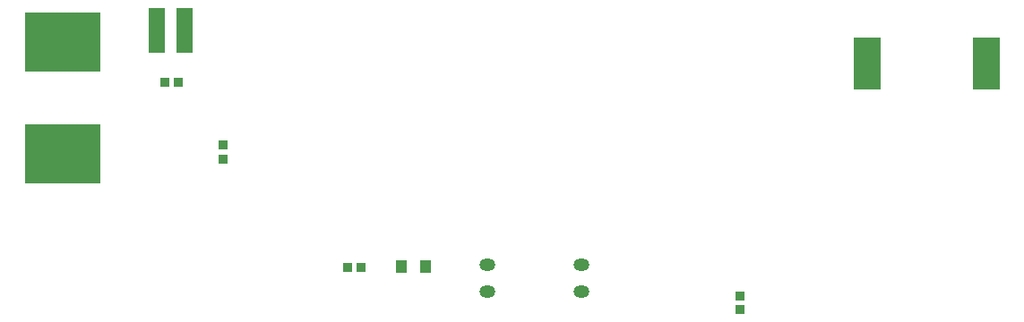
<source format=gbr>
%TF.GenerationSoftware,Altium Limited,Altium Designer,19.1.8 (144)*%
G04 Layer_Color=8421504*
%FSLAX26Y26*%
%MOIN*%
%TF.FileFunction,Paste,Top*%
%TF.Part,Single*%
G01*
G75*
%TA.AperFunction,SMDPad,CuDef*%
%ADD10R,0.098425X0.196850*%
%ADD11O,0.059055X0.047244*%
%ADD12R,0.043307X0.051181*%
%ADD13R,0.033465X0.037402*%
%ADD14R,0.062992X0.169291*%
%ADD15R,0.284646X0.220472*%
%ADD16R,0.037402X0.033465*%
D10*
X5651457Y4700000D02*
D03*
X5208543D02*
D03*
D11*
X3794803Y3950000D02*
D03*
Y3850000D02*
D03*
X4145197Y3950000D02*
D03*
Y3850000D02*
D03*
D12*
X3565276Y3945000D02*
D03*
X3474724D02*
D03*
D13*
X3274410Y3940000D02*
D03*
X3325591D02*
D03*
X2645590Y4630000D02*
D03*
X2594409D02*
D03*
D14*
X2670000Y4825000D02*
D03*
X2563701D02*
D03*
D15*
X2215000Y4365000D02*
D03*
Y4778386D02*
D03*
D16*
X4735107Y3833249D02*
D03*
Y3782068D02*
D03*
X2812988Y4395326D02*
D03*
Y4344145D02*
D03*
%TF.MD5,b46b1e6a1506d7665a28a65cb3fd2ddc*%
M02*

</source>
